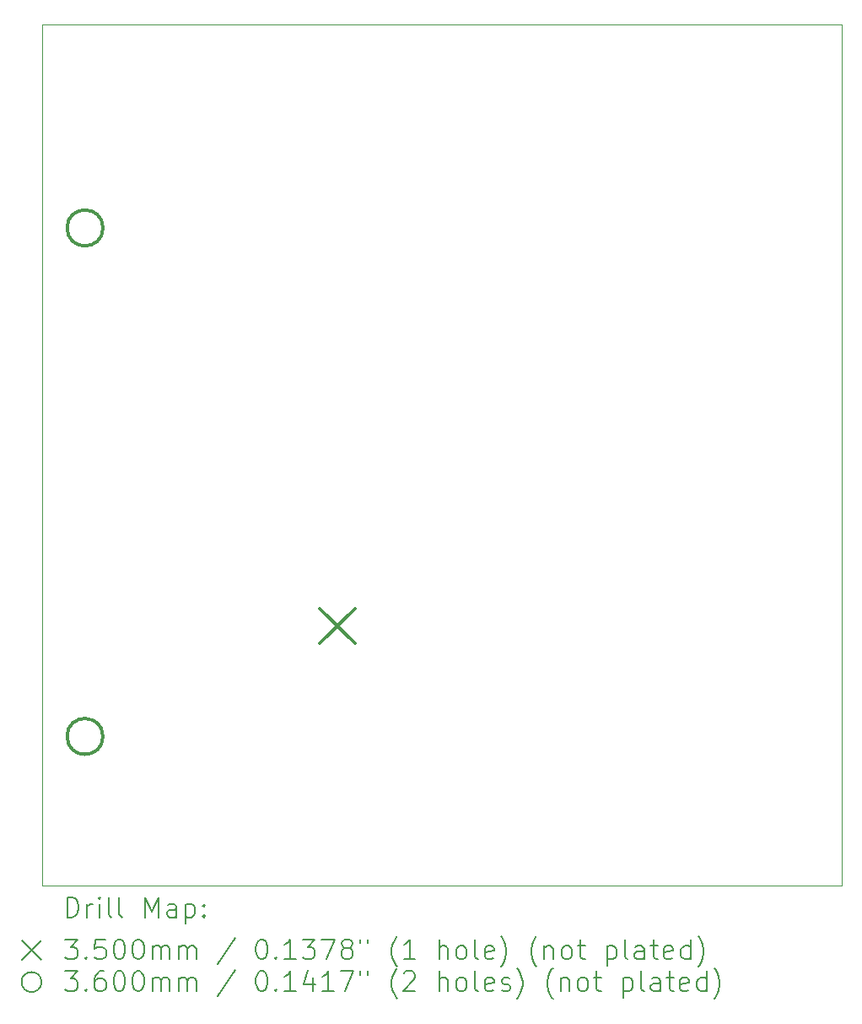
<source format=gbr>
%FSLAX45Y45*%
G04 Gerber Fmt 4.5, Leading zero omitted, Abs format (unit mm)*
G04 Created by KiCad (PCBNEW (6.0.1)) date 2022-02-06 00:08:50*
%MOMM*%
%LPD*%
G01*
G04 APERTURE LIST*
%TA.AperFunction,Profile*%
%ADD10C,0.100000*%
%TD*%
%ADD11C,0.200000*%
%ADD12C,0.350000*%
%ADD13C,0.360000*%
G04 APERTURE END LIST*
D10*
X2540000Y-3302000D02*
X10566400Y-3302000D01*
X10566400Y-3302000D02*
X10566400Y-11938000D01*
X10566400Y-11938000D02*
X2540000Y-11938000D01*
X2540000Y-11938000D02*
X2540000Y-3302000D01*
D11*
D12*
X5330500Y-9159500D02*
X5680500Y-9509500D01*
X5680500Y-9159500D02*
X5330500Y-9509500D01*
D13*
X3152000Y-5340000D02*
G75*
G03*
X3152000Y-5340000I-180000J0D01*
G01*
X3152000Y-10440000D02*
G75*
G03*
X3152000Y-10440000I-180000J0D01*
G01*
D11*
X2792619Y-12253476D02*
X2792619Y-12053476D01*
X2840238Y-12053476D01*
X2868809Y-12063000D01*
X2887857Y-12082048D01*
X2897381Y-12101095D01*
X2906905Y-12139190D01*
X2906905Y-12167762D01*
X2897381Y-12205857D01*
X2887857Y-12224905D01*
X2868809Y-12243952D01*
X2840238Y-12253476D01*
X2792619Y-12253476D01*
X2992619Y-12253476D02*
X2992619Y-12120143D01*
X2992619Y-12158238D02*
X3002143Y-12139190D01*
X3011667Y-12129667D01*
X3030714Y-12120143D01*
X3049762Y-12120143D01*
X3116428Y-12253476D02*
X3116428Y-12120143D01*
X3116428Y-12053476D02*
X3106905Y-12063000D01*
X3116428Y-12072524D01*
X3125952Y-12063000D01*
X3116428Y-12053476D01*
X3116428Y-12072524D01*
X3240238Y-12253476D02*
X3221190Y-12243952D01*
X3211667Y-12224905D01*
X3211667Y-12053476D01*
X3345000Y-12253476D02*
X3325952Y-12243952D01*
X3316428Y-12224905D01*
X3316428Y-12053476D01*
X3573571Y-12253476D02*
X3573571Y-12053476D01*
X3640238Y-12196333D01*
X3706905Y-12053476D01*
X3706905Y-12253476D01*
X3887857Y-12253476D02*
X3887857Y-12148714D01*
X3878333Y-12129667D01*
X3859286Y-12120143D01*
X3821190Y-12120143D01*
X3802143Y-12129667D01*
X3887857Y-12243952D02*
X3868809Y-12253476D01*
X3821190Y-12253476D01*
X3802143Y-12243952D01*
X3792619Y-12224905D01*
X3792619Y-12205857D01*
X3802143Y-12186809D01*
X3821190Y-12177286D01*
X3868809Y-12177286D01*
X3887857Y-12167762D01*
X3983095Y-12120143D02*
X3983095Y-12320143D01*
X3983095Y-12129667D02*
X4002143Y-12120143D01*
X4040238Y-12120143D01*
X4059286Y-12129667D01*
X4068809Y-12139190D01*
X4078333Y-12158238D01*
X4078333Y-12215381D01*
X4068809Y-12234428D01*
X4059286Y-12243952D01*
X4040238Y-12253476D01*
X4002143Y-12253476D01*
X3983095Y-12243952D01*
X4164048Y-12234428D02*
X4173571Y-12243952D01*
X4164048Y-12253476D01*
X4154524Y-12243952D01*
X4164048Y-12234428D01*
X4164048Y-12253476D01*
X4164048Y-12129667D02*
X4173571Y-12139190D01*
X4164048Y-12148714D01*
X4154524Y-12139190D01*
X4164048Y-12129667D01*
X4164048Y-12148714D01*
X2335000Y-12483000D02*
X2535000Y-12683000D01*
X2535000Y-12483000D02*
X2335000Y-12683000D01*
X2773571Y-12473476D02*
X2897381Y-12473476D01*
X2830714Y-12549667D01*
X2859286Y-12549667D01*
X2878333Y-12559190D01*
X2887857Y-12568714D01*
X2897381Y-12587762D01*
X2897381Y-12635381D01*
X2887857Y-12654428D01*
X2878333Y-12663952D01*
X2859286Y-12673476D01*
X2802143Y-12673476D01*
X2783095Y-12663952D01*
X2773571Y-12654428D01*
X2983095Y-12654428D02*
X2992619Y-12663952D01*
X2983095Y-12673476D01*
X2973571Y-12663952D01*
X2983095Y-12654428D01*
X2983095Y-12673476D01*
X3173571Y-12473476D02*
X3078333Y-12473476D01*
X3068809Y-12568714D01*
X3078333Y-12559190D01*
X3097381Y-12549667D01*
X3145000Y-12549667D01*
X3164048Y-12559190D01*
X3173571Y-12568714D01*
X3183095Y-12587762D01*
X3183095Y-12635381D01*
X3173571Y-12654428D01*
X3164048Y-12663952D01*
X3145000Y-12673476D01*
X3097381Y-12673476D01*
X3078333Y-12663952D01*
X3068809Y-12654428D01*
X3306905Y-12473476D02*
X3325952Y-12473476D01*
X3345000Y-12483000D01*
X3354524Y-12492524D01*
X3364048Y-12511571D01*
X3373571Y-12549667D01*
X3373571Y-12597286D01*
X3364048Y-12635381D01*
X3354524Y-12654428D01*
X3345000Y-12663952D01*
X3325952Y-12673476D01*
X3306905Y-12673476D01*
X3287857Y-12663952D01*
X3278333Y-12654428D01*
X3268809Y-12635381D01*
X3259286Y-12597286D01*
X3259286Y-12549667D01*
X3268809Y-12511571D01*
X3278333Y-12492524D01*
X3287857Y-12483000D01*
X3306905Y-12473476D01*
X3497381Y-12473476D02*
X3516428Y-12473476D01*
X3535476Y-12483000D01*
X3545000Y-12492524D01*
X3554524Y-12511571D01*
X3564048Y-12549667D01*
X3564048Y-12597286D01*
X3554524Y-12635381D01*
X3545000Y-12654428D01*
X3535476Y-12663952D01*
X3516428Y-12673476D01*
X3497381Y-12673476D01*
X3478333Y-12663952D01*
X3468809Y-12654428D01*
X3459286Y-12635381D01*
X3449762Y-12597286D01*
X3449762Y-12549667D01*
X3459286Y-12511571D01*
X3468809Y-12492524D01*
X3478333Y-12483000D01*
X3497381Y-12473476D01*
X3649762Y-12673476D02*
X3649762Y-12540143D01*
X3649762Y-12559190D02*
X3659286Y-12549667D01*
X3678333Y-12540143D01*
X3706905Y-12540143D01*
X3725952Y-12549667D01*
X3735476Y-12568714D01*
X3735476Y-12673476D01*
X3735476Y-12568714D02*
X3745000Y-12549667D01*
X3764048Y-12540143D01*
X3792619Y-12540143D01*
X3811667Y-12549667D01*
X3821190Y-12568714D01*
X3821190Y-12673476D01*
X3916428Y-12673476D02*
X3916428Y-12540143D01*
X3916428Y-12559190D02*
X3925952Y-12549667D01*
X3945000Y-12540143D01*
X3973571Y-12540143D01*
X3992619Y-12549667D01*
X4002143Y-12568714D01*
X4002143Y-12673476D01*
X4002143Y-12568714D02*
X4011667Y-12549667D01*
X4030714Y-12540143D01*
X4059286Y-12540143D01*
X4078333Y-12549667D01*
X4087857Y-12568714D01*
X4087857Y-12673476D01*
X4478333Y-12463952D02*
X4306905Y-12721095D01*
X4735476Y-12473476D02*
X4754524Y-12473476D01*
X4773571Y-12483000D01*
X4783095Y-12492524D01*
X4792619Y-12511571D01*
X4802143Y-12549667D01*
X4802143Y-12597286D01*
X4792619Y-12635381D01*
X4783095Y-12654428D01*
X4773571Y-12663952D01*
X4754524Y-12673476D01*
X4735476Y-12673476D01*
X4716429Y-12663952D01*
X4706905Y-12654428D01*
X4697381Y-12635381D01*
X4687857Y-12597286D01*
X4687857Y-12549667D01*
X4697381Y-12511571D01*
X4706905Y-12492524D01*
X4716429Y-12483000D01*
X4735476Y-12473476D01*
X4887857Y-12654428D02*
X4897381Y-12663952D01*
X4887857Y-12673476D01*
X4878333Y-12663952D01*
X4887857Y-12654428D01*
X4887857Y-12673476D01*
X5087857Y-12673476D02*
X4973571Y-12673476D01*
X5030714Y-12673476D02*
X5030714Y-12473476D01*
X5011667Y-12502048D01*
X4992619Y-12521095D01*
X4973571Y-12530619D01*
X5154524Y-12473476D02*
X5278333Y-12473476D01*
X5211667Y-12549667D01*
X5240238Y-12549667D01*
X5259286Y-12559190D01*
X5268810Y-12568714D01*
X5278333Y-12587762D01*
X5278333Y-12635381D01*
X5268810Y-12654428D01*
X5259286Y-12663952D01*
X5240238Y-12673476D01*
X5183095Y-12673476D01*
X5164048Y-12663952D01*
X5154524Y-12654428D01*
X5345000Y-12473476D02*
X5478333Y-12473476D01*
X5392619Y-12673476D01*
X5583095Y-12559190D02*
X5564048Y-12549667D01*
X5554524Y-12540143D01*
X5545000Y-12521095D01*
X5545000Y-12511571D01*
X5554524Y-12492524D01*
X5564048Y-12483000D01*
X5583095Y-12473476D01*
X5621190Y-12473476D01*
X5640238Y-12483000D01*
X5649762Y-12492524D01*
X5659286Y-12511571D01*
X5659286Y-12521095D01*
X5649762Y-12540143D01*
X5640238Y-12549667D01*
X5621190Y-12559190D01*
X5583095Y-12559190D01*
X5564048Y-12568714D01*
X5554524Y-12578238D01*
X5545000Y-12597286D01*
X5545000Y-12635381D01*
X5554524Y-12654428D01*
X5564048Y-12663952D01*
X5583095Y-12673476D01*
X5621190Y-12673476D01*
X5640238Y-12663952D01*
X5649762Y-12654428D01*
X5659286Y-12635381D01*
X5659286Y-12597286D01*
X5649762Y-12578238D01*
X5640238Y-12568714D01*
X5621190Y-12559190D01*
X5735476Y-12473476D02*
X5735476Y-12511571D01*
X5811667Y-12473476D02*
X5811667Y-12511571D01*
X6106905Y-12749667D02*
X6097381Y-12740143D01*
X6078333Y-12711571D01*
X6068809Y-12692524D01*
X6059286Y-12663952D01*
X6049762Y-12616333D01*
X6049762Y-12578238D01*
X6059286Y-12530619D01*
X6068809Y-12502048D01*
X6078333Y-12483000D01*
X6097381Y-12454428D01*
X6106905Y-12444905D01*
X6287857Y-12673476D02*
X6173571Y-12673476D01*
X6230714Y-12673476D02*
X6230714Y-12473476D01*
X6211667Y-12502048D01*
X6192619Y-12521095D01*
X6173571Y-12530619D01*
X6525952Y-12673476D02*
X6525952Y-12473476D01*
X6611667Y-12673476D02*
X6611667Y-12568714D01*
X6602143Y-12549667D01*
X6583095Y-12540143D01*
X6554524Y-12540143D01*
X6535476Y-12549667D01*
X6525952Y-12559190D01*
X6735476Y-12673476D02*
X6716428Y-12663952D01*
X6706905Y-12654428D01*
X6697381Y-12635381D01*
X6697381Y-12578238D01*
X6706905Y-12559190D01*
X6716428Y-12549667D01*
X6735476Y-12540143D01*
X6764048Y-12540143D01*
X6783095Y-12549667D01*
X6792619Y-12559190D01*
X6802143Y-12578238D01*
X6802143Y-12635381D01*
X6792619Y-12654428D01*
X6783095Y-12663952D01*
X6764048Y-12673476D01*
X6735476Y-12673476D01*
X6916428Y-12673476D02*
X6897381Y-12663952D01*
X6887857Y-12644905D01*
X6887857Y-12473476D01*
X7068809Y-12663952D02*
X7049762Y-12673476D01*
X7011667Y-12673476D01*
X6992619Y-12663952D01*
X6983095Y-12644905D01*
X6983095Y-12568714D01*
X6992619Y-12549667D01*
X7011667Y-12540143D01*
X7049762Y-12540143D01*
X7068809Y-12549667D01*
X7078333Y-12568714D01*
X7078333Y-12587762D01*
X6983095Y-12606809D01*
X7145000Y-12749667D02*
X7154524Y-12740143D01*
X7173571Y-12711571D01*
X7183095Y-12692524D01*
X7192619Y-12663952D01*
X7202143Y-12616333D01*
X7202143Y-12578238D01*
X7192619Y-12530619D01*
X7183095Y-12502048D01*
X7173571Y-12483000D01*
X7154524Y-12454428D01*
X7145000Y-12444905D01*
X7506905Y-12749667D02*
X7497381Y-12740143D01*
X7478333Y-12711571D01*
X7468809Y-12692524D01*
X7459286Y-12663952D01*
X7449762Y-12616333D01*
X7449762Y-12578238D01*
X7459286Y-12530619D01*
X7468809Y-12502048D01*
X7478333Y-12483000D01*
X7497381Y-12454428D01*
X7506905Y-12444905D01*
X7583095Y-12540143D02*
X7583095Y-12673476D01*
X7583095Y-12559190D02*
X7592619Y-12549667D01*
X7611667Y-12540143D01*
X7640238Y-12540143D01*
X7659286Y-12549667D01*
X7668809Y-12568714D01*
X7668809Y-12673476D01*
X7792619Y-12673476D02*
X7773571Y-12663952D01*
X7764048Y-12654428D01*
X7754524Y-12635381D01*
X7754524Y-12578238D01*
X7764048Y-12559190D01*
X7773571Y-12549667D01*
X7792619Y-12540143D01*
X7821190Y-12540143D01*
X7840238Y-12549667D01*
X7849762Y-12559190D01*
X7859286Y-12578238D01*
X7859286Y-12635381D01*
X7849762Y-12654428D01*
X7840238Y-12663952D01*
X7821190Y-12673476D01*
X7792619Y-12673476D01*
X7916428Y-12540143D02*
X7992619Y-12540143D01*
X7945000Y-12473476D02*
X7945000Y-12644905D01*
X7954524Y-12663952D01*
X7973571Y-12673476D01*
X7992619Y-12673476D01*
X8211667Y-12540143D02*
X8211667Y-12740143D01*
X8211667Y-12549667D02*
X8230714Y-12540143D01*
X8268809Y-12540143D01*
X8287857Y-12549667D01*
X8297381Y-12559190D01*
X8306905Y-12578238D01*
X8306905Y-12635381D01*
X8297381Y-12654428D01*
X8287857Y-12663952D01*
X8268809Y-12673476D01*
X8230714Y-12673476D01*
X8211667Y-12663952D01*
X8421190Y-12673476D02*
X8402143Y-12663952D01*
X8392619Y-12644905D01*
X8392619Y-12473476D01*
X8583095Y-12673476D02*
X8583095Y-12568714D01*
X8573571Y-12549667D01*
X8554524Y-12540143D01*
X8516429Y-12540143D01*
X8497381Y-12549667D01*
X8583095Y-12663952D02*
X8564048Y-12673476D01*
X8516429Y-12673476D01*
X8497381Y-12663952D01*
X8487857Y-12644905D01*
X8487857Y-12625857D01*
X8497381Y-12606809D01*
X8516429Y-12597286D01*
X8564048Y-12597286D01*
X8583095Y-12587762D01*
X8649762Y-12540143D02*
X8725952Y-12540143D01*
X8678333Y-12473476D02*
X8678333Y-12644905D01*
X8687857Y-12663952D01*
X8706905Y-12673476D01*
X8725952Y-12673476D01*
X8868810Y-12663952D02*
X8849762Y-12673476D01*
X8811667Y-12673476D01*
X8792619Y-12663952D01*
X8783095Y-12644905D01*
X8783095Y-12568714D01*
X8792619Y-12549667D01*
X8811667Y-12540143D01*
X8849762Y-12540143D01*
X8868810Y-12549667D01*
X8878333Y-12568714D01*
X8878333Y-12587762D01*
X8783095Y-12606809D01*
X9049762Y-12673476D02*
X9049762Y-12473476D01*
X9049762Y-12663952D02*
X9030714Y-12673476D01*
X8992619Y-12673476D01*
X8973571Y-12663952D01*
X8964048Y-12654428D01*
X8954524Y-12635381D01*
X8954524Y-12578238D01*
X8964048Y-12559190D01*
X8973571Y-12549667D01*
X8992619Y-12540143D01*
X9030714Y-12540143D01*
X9049762Y-12549667D01*
X9125952Y-12749667D02*
X9135476Y-12740143D01*
X9154524Y-12711571D01*
X9164048Y-12692524D01*
X9173571Y-12663952D01*
X9183095Y-12616333D01*
X9183095Y-12578238D01*
X9173571Y-12530619D01*
X9164048Y-12502048D01*
X9154524Y-12483000D01*
X9135476Y-12454428D01*
X9125952Y-12444905D01*
X2535000Y-12903000D02*
G75*
G03*
X2535000Y-12903000I-100000J0D01*
G01*
X2773571Y-12793476D02*
X2897381Y-12793476D01*
X2830714Y-12869667D01*
X2859286Y-12869667D01*
X2878333Y-12879190D01*
X2887857Y-12888714D01*
X2897381Y-12907762D01*
X2897381Y-12955381D01*
X2887857Y-12974428D01*
X2878333Y-12983952D01*
X2859286Y-12993476D01*
X2802143Y-12993476D01*
X2783095Y-12983952D01*
X2773571Y-12974428D01*
X2983095Y-12974428D02*
X2992619Y-12983952D01*
X2983095Y-12993476D01*
X2973571Y-12983952D01*
X2983095Y-12974428D01*
X2983095Y-12993476D01*
X3164048Y-12793476D02*
X3125952Y-12793476D01*
X3106905Y-12803000D01*
X3097381Y-12812524D01*
X3078333Y-12841095D01*
X3068809Y-12879190D01*
X3068809Y-12955381D01*
X3078333Y-12974428D01*
X3087857Y-12983952D01*
X3106905Y-12993476D01*
X3145000Y-12993476D01*
X3164048Y-12983952D01*
X3173571Y-12974428D01*
X3183095Y-12955381D01*
X3183095Y-12907762D01*
X3173571Y-12888714D01*
X3164048Y-12879190D01*
X3145000Y-12869667D01*
X3106905Y-12869667D01*
X3087857Y-12879190D01*
X3078333Y-12888714D01*
X3068809Y-12907762D01*
X3306905Y-12793476D02*
X3325952Y-12793476D01*
X3345000Y-12803000D01*
X3354524Y-12812524D01*
X3364048Y-12831571D01*
X3373571Y-12869667D01*
X3373571Y-12917286D01*
X3364048Y-12955381D01*
X3354524Y-12974428D01*
X3345000Y-12983952D01*
X3325952Y-12993476D01*
X3306905Y-12993476D01*
X3287857Y-12983952D01*
X3278333Y-12974428D01*
X3268809Y-12955381D01*
X3259286Y-12917286D01*
X3259286Y-12869667D01*
X3268809Y-12831571D01*
X3278333Y-12812524D01*
X3287857Y-12803000D01*
X3306905Y-12793476D01*
X3497381Y-12793476D02*
X3516428Y-12793476D01*
X3535476Y-12803000D01*
X3545000Y-12812524D01*
X3554524Y-12831571D01*
X3564048Y-12869667D01*
X3564048Y-12917286D01*
X3554524Y-12955381D01*
X3545000Y-12974428D01*
X3535476Y-12983952D01*
X3516428Y-12993476D01*
X3497381Y-12993476D01*
X3478333Y-12983952D01*
X3468809Y-12974428D01*
X3459286Y-12955381D01*
X3449762Y-12917286D01*
X3449762Y-12869667D01*
X3459286Y-12831571D01*
X3468809Y-12812524D01*
X3478333Y-12803000D01*
X3497381Y-12793476D01*
X3649762Y-12993476D02*
X3649762Y-12860143D01*
X3649762Y-12879190D02*
X3659286Y-12869667D01*
X3678333Y-12860143D01*
X3706905Y-12860143D01*
X3725952Y-12869667D01*
X3735476Y-12888714D01*
X3735476Y-12993476D01*
X3735476Y-12888714D02*
X3745000Y-12869667D01*
X3764048Y-12860143D01*
X3792619Y-12860143D01*
X3811667Y-12869667D01*
X3821190Y-12888714D01*
X3821190Y-12993476D01*
X3916428Y-12993476D02*
X3916428Y-12860143D01*
X3916428Y-12879190D02*
X3925952Y-12869667D01*
X3945000Y-12860143D01*
X3973571Y-12860143D01*
X3992619Y-12869667D01*
X4002143Y-12888714D01*
X4002143Y-12993476D01*
X4002143Y-12888714D02*
X4011667Y-12869667D01*
X4030714Y-12860143D01*
X4059286Y-12860143D01*
X4078333Y-12869667D01*
X4087857Y-12888714D01*
X4087857Y-12993476D01*
X4478333Y-12783952D02*
X4306905Y-13041095D01*
X4735476Y-12793476D02*
X4754524Y-12793476D01*
X4773571Y-12803000D01*
X4783095Y-12812524D01*
X4792619Y-12831571D01*
X4802143Y-12869667D01*
X4802143Y-12917286D01*
X4792619Y-12955381D01*
X4783095Y-12974428D01*
X4773571Y-12983952D01*
X4754524Y-12993476D01*
X4735476Y-12993476D01*
X4716429Y-12983952D01*
X4706905Y-12974428D01*
X4697381Y-12955381D01*
X4687857Y-12917286D01*
X4687857Y-12869667D01*
X4697381Y-12831571D01*
X4706905Y-12812524D01*
X4716429Y-12803000D01*
X4735476Y-12793476D01*
X4887857Y-12974428D02*
X4897381Y-12983952D01*
X4887857Y-12993476D01*
X4878333Y-12983952D01*
X4887857Y-12974428D01*
X4887857Y-12993476D01*
X5087857Y-12993476D02*
X4973571Y-12993476D01*
X5030714Y-12993476D02*
X5030714Y-12793476D01*
X5011667Y-12822048D01*
X4992619Y-12841095D01*
X4973571Y-12850619D01*
X5259286Y-12860143D02*
X5259286Y-12993476D01*
X5211667Y-12783952D02*
X5164048Y-12926809D01*
X5287857Y-12926809D01*
X5468810Y-12993476D02*
X5354524Y-12993476D01*
X5411667Y-12993476D02*
X5411667Y-12793476D01*
X5392619Y-12822048D01*
X5373571Y-12841095D01*
X5354524Y-12850619D01*
X5535476Y-12793476D02*
X5668809Y-12793476D01*
X5583095Y-12993476D01*
X5735476Y-12793476D02*
X5735476Y-12831571D01*
X5811667Y-12793476D02*
X5811667Y-12831571D01*
X6106905Y-13069667D02*
X6097381Y-13060143D01*
X6078333Y-13031571D01*
X6068809Y-13012524D01*
X6059286Y-12983952D01*
X6049762Y-12936333D01*
X6049762Y-12898238D01*
X6059286Y-12850619D01*
X6068809Y-12822048D01*
X6078333Y-12803000D01*
X6097381Y-12774428D01*
X6106905Y-12764905D01*
X6173571Y-12812524D02*
X6183095Y-12803000D01*
X6202143Y-12793476D01*
X6249762Y-12793476D01*
X6268809Y-12803000D01*
X6278333Y-12812524D01*
X6287857Y-12831571D01*
X6287857Y-12850619D01*
X6278333Y-12879190D01*
X6164048Y-12993476D01*
X6287857Y-12993476D01*
X6525952Y-12993476D02*
X6525952Y-12793476D01*
X6611667Y-12993476D02*
X6611667Y-12888714D01*
X6602143Y-12869667D01*
X6583095Y-12860143D01*
X6554524Y-12860143D01*
X6535476Y-12869667D01*
X6525952Y-12879190D01*
X6735476Y-12993476D02*
X6716428Y-12983952D01*
X6706905Y-12974428D01*
X6697381Y-12955381D01*
X6697381Y-12898238D01*
X6706905Y-12879190D01*
X6716428Y-12869667D01*
X6735476Y-12860143D01*
X6764048Y-12860143D01*
X6783095Y-12869667D01*
X6792619Y-12879190D01*
X6802143Y-12898238D01*
X6802143Y-12955381D01*
X6792619Y-12974428D01*
X6783095Y-12983952D01*
X6764048Y-12993476D01*
X6735476Y-12993476D01*
X6916428Y-12993476D02*
X6897381Y-12983952D01*
X6887857Y-12964905D01*
X6887857Y-12793476D01*
X7068809Y-12983952D02*
X7049762Y-12993476D01*
X7011667Y-12993476D01*
X6992619Y-12983952D01*
X6983095Y-12964905D01*
X6983095Y-12888714D01*
X6992619Y-12869667D01*
X7011667Y-12860143D01*
X7049762Y-12860143D01*
X7068809Y-12869667D01*
X7078333Y-12888714D01*
X7078333Y-12907762D01*
X6983095Y-12926809D01*
X7154524Y-12983952D02*
X7173571Y-12993476D01*
X7211667Y-12993476D01*
X7230714Y-12983952D01*
X7240238Y-12964905D01*
X7240238Y-12955381D01*
X7230714Y-12936333D01*
X7211667Y-12926809D01*
X7183095Y-12926809D01*
X7164048Y-12917286D01*
X7154524Y-12898238D01*
X7154524Y-12888714D01*
X7164048Y-12869667D01*
X7183095Y-12860143D01*
X7211667Y-12860143D01*
X7230714Y-12869667D01*
X7306905Y-13069667D02*
X7316428Y-13060143D01*
X7335476Y-13031571D01*
X7345000Y-13012524D01*
X7354524Y-12983952D01*
X7364048Y-12936333D01*
X7364048Y-12898238D01*
X7354524Y-12850619D01*
X7345000Y-12822048D01*
X7335476Y-12803000D01*
X7316428Y-12774428D01*
X7306905Y-12764905D01*
X7668809Y-13069667D02*
X7659286Y-13060143D01*
X7640238Y-13031571D01*
X7630714Y-13012524D01*
X7621190Y-12983952D01*
X7611667Y-12936333D01*
X7611667Y-12898238D01*
X7621190Y-12850619D01*
X7630714Y-12822048D01*
X7640238Y-12803000D01*
X7659286Y-12774428D01*
X7668809Y-12764905D01*
X7745000Y-12860143D02*
X7745000Y-12993476D01*
X7745000Y-12879190D02*
X7754524Y-12869667D01*
X7773571Y-12860143D01*
X7802143Y-12860143D01*
X7821190Y-12869667D01*
X7830714Y-12888714D01*
X7830714Y-12993476D01*
X7954524Y-12993476D02*
X7935476Y-12983952D01*
X7925952Y-12974428D01*
X7916428Y-12955381D01*
X7916428Y-12898238D01*
X7925952Y-12879190D01*
X7935476Y-12869667D01*
X7954524Y-12860143D01*
X7983095Y-12860143D01*
X8002143Y-12869667D01*
X8011667Y-12879190D01*
X8021190Y-12898238D01*
X8021190Y-12955381D01*
X8011667Y-12974428D01*
X8002143Y-12983952D01*
X7983095Y-12993476D01*
X7954524Y-12993476D01*
X8078333Y-12860143D02*
X8154524Y-12860143D01*
X8106905Y-12793476D02*
X8106905Y-12964905D01*
X8116428Y-12983952D01*
X8135476Y-12993476D01*
X8154524Y-12993476D01*
X8373571Y-12860143D02*
X8373571Y-13060143D01*
X8373571Y-12869667D02*
X8392619Y-12860143D01*
X8430714Y-12860143D01*
X8449762Y-12869667D01*
X8459286Y-12879190D01*
X8468810Y-12898238D01*
X8468810Y-12955381D01*
X8459286Y-12974428D01*
X8449762Y-12983952D01*
X8430714Y-12993476D01*
X8392619Y-12993476D01*
X8373571Y-12983952D01*
X8583095Y-12993476D02*
X8564048Y-12983952D01*
X8554524Y-12964905D01*
X8554524Y-12793476D01*
X8745000Y-12993476D02*
X8745000Y-12888714D01*
X8735476Y-12869667D01*
X8716429Y-12860143D01*
X8678333Y-12860143D01*
X8659286Y-12869667D01*
X8745000Y-12983952D02*
X8725952Y-12993476D01*
X8678333Y-12993476D01*
X8659286Y-12983952D01*
X8649762Y-12964905D01*
X8649762Y-12945857D01*
X8659286Y-12926809D01*
X8678333Y-12917286D01*
X8725952Y-12917286D01*
X8745000Y-12907762D01*
X8811667Y-12860143D02*
X8887857Y-12860143D01*
X8840238Y-12793476D02*
X8840238Y-12964905D01*
X8849762Y-12983952D01*
X8868810Y-12993476D01*
X8887857Y-12993476D01*
X9030714Y-12983952D02*
X9011667Y-12993476D01*
X8973571Y-12993476D01*
X8954524Y-12983952D01*
X8945000Y-12964905D01*
X8945000Y-12888714D01*
X8954524Y-12869667D01*
X8973571Y-12860143D01*
X9011667Y-12860143D01*
X9030714Y-12869667D01*
X9040238Y-12888714D01*
X9040238Y-12907762D01*
X8945000Y-12926809D01*
X9211667Y-12993476D02*
X9211667Y-12793476D01*
X9211667Y-12983952D02*
X9192619Y-12993476D01*
X9154524Y-12993476D01*
X9135476Y-12983952D01*
X9125952Y-12974428D01*
X9116429Y-12955381D01*
X9116429Y-12898238D01*
X9125952Y-12879190D01*
X9135476Y-12869667D01*
X9154524Y-12860143D01*
X9192619Y-12860143D01*
X9211667Y-12869667D01*
X9287857Y-13069667D02*
X9297381Y-13060143D01*
X9316429Y-13031571D01*
X9325952Y-13012524D01*
X9335476Y-12983952D01*
X9345000Y-12936333D01*
X9345000Y-12898238D01*
X9335476Y-12850619D01*
X9325952Y-12822048D01*
X9316429Y-12803000D01*
X9297381Y-12774428D01*
X9287857Y-12764905D01*
M02*

</source>
